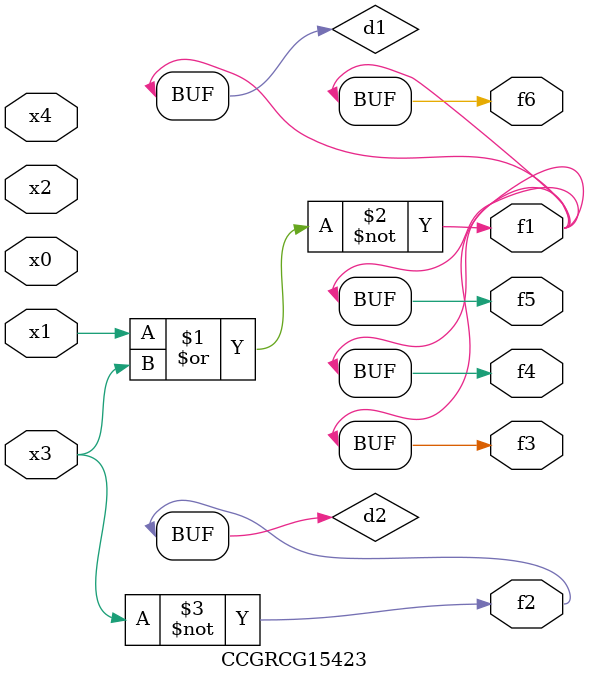
<source format=v>
module CCGRCG15423(
	input x0, x1, x2, x3, x4,
	output f1, f2, f3, f4, f5, f6
);

	wire d1, d2;

	nor (d1, x1, x3);
	not (d2, x3);
	assign f1 = d1;
	assign f2 = d2;
	assign f3 = d1;
	assign f4 = d1;
	assign f5 = d1;
	assign f6 = d1;
endmodule

</source>
